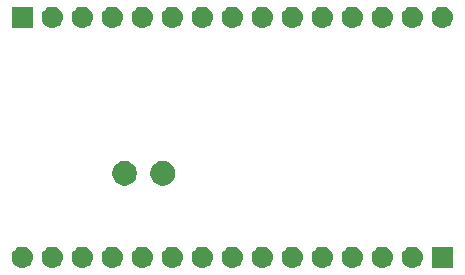
<source format=gbr>
G04 #@! TF.GenerationSoftware,KiCad,Pcbnew,(5.1.4)-1*
G04 #@! TF.CreationDate,2019-09-26T17:39:29-04:00*
G04 #@! TF.ProjectId,samd21-board,73616d64-3231-42d6-926f-6172642e6b69,rev?*
G04 #@! TF.SameCoordinates,Original*
G04 #@! TF.FileFunction,Soldermask,Bot*
G04 #@! TF.FilePolarity,Negative*
%FSLAX46Y46*%
G04 Gerber Fmt 4.6, Leading zero omitted, Abs format (unit mm)*
G04 Created by KiCad (PCBNEW (5.1.4)-1) date 2019-09-26 17:39:29*
%MOMM*%
%LPD*%
G04 APERTURE LIST*
%ADD10C,0.100000*%
G04 APERTURE END LIST*
D10*
G36*
X78088443Y-97149519D02*
G01*
X78154627Y-97156037D01*
X78324466Y-97207557D01*
X78480991Y-97291222D01*
X78516729Y-97320552D01*
X78618186Y-97403814D01*
X78701448Y-97505271D01*
X78730778Y-97541009D01*
X78814443Y-97697534D01*
X78865963Y-97867373D01*
X78883359Y-98044000D01*
X78865963Y-98220627D01*
X78814443Y-98390466D01*
X78730778Y-98546991D01*
X78701448Y-98582729D01*
X78618186Y-98684186D01*
X78516729Y-98767448D01*
X78480991Y-98796778D01*
X78324466Y-98880443D01*
X78154627Y-98931963D01*
X78088443Y-98938481D01*
X78022260Y-98945000D01*
X77933740Y-98945000D01*
X77867558Y-98938482D01*
X77801373Y-98931963D01*
X77631534Y-98880443D01*
X77475009Y-98796778D01*
X77439271Y-98767448D01*
X77337814Y-98684186D01*
X77254552Y-98582729D01*
X77225222Y-98546991D01*
X77141557Y-98390466D01*
X77090037Y-98220627D01*
X77072641Y-98044000D01*
X77090037Y-97867373D01*
X77141557Y-97697534D01*
X77225222Y-97541009D01*
X77254552Y-97505271D01*
X77337814Y-97403814D01*
X77439271Y-97320552D01*
X77475009Y-97291222D01*
X77631534Y-97207557D01*
X77801373Y-97156037D01*
X77867557Y-97149519D01*
X77933740Y-97143000D01*
X78022260Y-97143000D01*
X78088443Y-97149519D01*
X78088443Y-97149519D01*
G37*
G36*
X93328443Y-97149519D02*
G01*
X93394627Y-97156037D01*
X93564466Y-97207557D01*
X93720991Y-97291222D01*
X93756729Y-97320552D01*
X93858186Y-97403814D01*
X93941448Y-97505271D01*
X93970778Y-97541009D01*
X94054443Y-97697534D01*
X94105963Y-97867373D01*
X94123359Y-98044000D01*
X94105963Y-98220627D01*
X94054443Y-98390466D01*
X93970778Y-98546991D01*
X93941448Y-98582729D01*
X93858186Y-98684186D01*
X93756729Y-98767448D01*
X93720991Y-98796778D01*
X93564466Y-98880443D01*
X93394627Y-98931963D01*
X93328443Y-98938481D01*
X93262260Y-98945000D01*
X93173740Y-98945000D01*
X93107558Y-98938482D01*
X93041373Y-98931963D01*
X92871534Y-98880443D01*
X92715009Y-98796778D01*
X92679271Y-98767448D01*
X92577814Y-98684186D01*
X92494552Y-98582729D01*
X92465222Y-98546991D01*
X92381557Y-98390466D01*
X92330037Y-98220627D01*
X92312641Y-98044000D01*
X92330037Y-97867373D01*
X92381557Y-97697534D01*
X92465222Y-97541009D01*
X92494552Y-97505271D01*
X92577814Y-97403814D01*
X92679271Y-97320552D01*
X92715009Y-97291222D01*
X92871534Y-97207557D01*
X93041373Y-97156037D01*
X93107558Y-97149518D01*
X93173740Y-97143000D01*
X93262260Y-97143000D01*
X93328443Y-97149519D01*
X93328443Y-97149519D01*
G37*
G36*
X96659000Y-98945000D02*
G01*
X94857000Y-98945000D01*
X94857000Y-97143000D01*
X96659000Y-97143000D01*
X96659000Y-98945000D01*
X96659000Y-98945000D01*
G37*
G36*
X90788443Y-97149519D02*
G01*
X90854627Y-97156037D01*
X91024466Y-97207557D01*
X91180991Y-97291222D01*
X91216729Y-97320552D01*
X91318186Y-97403814D01*
X91401448Y-97505271D01*
X91430778Y-97541009D01*
X91514443Y-97697534D01*
X91565963Y-97867373D01*
X91583359Y-98044000D01*
X91565963Y-98220627D01*
X91514443Y-98390466D01*
X91430778Y-98546991D01*
X91401448Y-98582729D01*
X91318186Y-98684186D01*
X91216729Y-98767448D01*
X91180991Y-98796778D01*
X91024466Y-98880443D01*
X90854627Y-98931963D01*
X90788443Y-98938481D01*
X90722260Y-98945000D01*
X90633740Y-98945000D01*
X90567558Y-98938482D01*
X90501373Y-98931963D01*
X90331534Y-98880443D01*
X90175009Y-98796778D01*
X90139271Y-98767448D01*
X90037814Y-98684186D01*
X89954552Y-98582729D01*
X89925222Y-98546991D01*
X89841557Y-98390466D01*
X89790037Y-98220627D01*
X89772641Y-98044000D01*
X89790037Y-97867373D01*
X89841557Y-97697534D01*
X89925222Y-97541009D01*
X89954552Y-97505271D01*
X90037814Y-97403814D01*
X90139271Y-97320552D01*
X90175009Y-97291222D01*
X90331534Y-97207557D01*
X90501373Y-97156037D01*
X90567558Y-97149518D01*
X90633740Y-97143000D01*
X90722260Y-97143000D01*
X90788443Y-97149519D01*
X90788443Y-97149519D01*
G37*
G36*
X88248443Y-97149519D02*
G01*
X88314627Y-97156037D01*
X88484466Y-97207557D01*
X88640991Y-97291222D01*
X88676729Y-97320552D01*
X88778186Y-97403814D01*
X88861448Y-97505271D01*
X88890778Y-97541009D01*
X88974443Y-97697534D01*
X89025963Y-97867373D01*
X89043359Y-98044000D01*
X89025963Y-98220627D01*
X88974443Y-98390466D01*
X88890778Y-98546991D01*
X88861448Y-98582729D01*
X88778186Y-98684186D01*
X88676729Y-98767448D01*
X88640991Y-98796778D01*
X88484466Y-98880443D01*
X88314627Y-98931963D01*
X88248443Y-98938481D01*
X88182260Y-98945000D01*
X88093740Y-98945000D01*
X88027558Y-98938482D01*
X87961373Y-98931963D01*
X87791534Y-98880443D01*
X87635009Y-98796778D01*
X87599271Y-98767448D01*
X87497814Y-98684186D01*
X87414552Y-98582729D01*
X87385222Y-98546991D01*
X87301557Y-98390466D01*
X87250037Y-98220627D01*
X87232641Y-98044000D01*
X87250037Y-97867373D01*
X87301557Y-97697534D01*
X87385222Y-97541009D01*
X87414552Y-97505271D01*
X87497814Y-97403814D01*
X87599271Y-97320552D01*
X87635009Y-97291222D01*
X87791534Y-97207557D01*
X87961373Y-97156037D01*
X88027558Y-97149518D01*
X88093740Y-97143000D01*
X88182260Y-97143000D01*
X88248443Y-97149519D01*
X88248443Y-97149519D01*
G37*
G36*
X85708443Y-97149519D02*
G01*
X85774627Y-97156037D01*
X85944466Y-97207557D01*
X86100991Y-97291222D01*
X86136729Y-97320552D01*
X86238186Y-97403814D01*
X86321448Y-97505271D01*
X86350778Y-97541009D01*
X86434443Y-97697534D01*
X86485963Y-97867373D01*
X86503359Y-98044000D01*
X86485963Y-98220627D01*
X86434443Y-98390466D01*
X86350778Y-98546991D01*
X86321448Y-98582729D01*
X86238186Y-98684186D01*
X86136729Y-98767448D01*
X86100991Y-98796778D01*
X85944466Y-98880443D01*
X85774627Y-98931963D01*
X85708443Y-98938481D01*
X85642260Y-98945000D01*
X85553740Y-98945000D01*
X85487558Y-98938482D01*
X85421373Y-98931963D01*
X85251534Y-98880443D01*
X85095009Y-98796778D01*
X85059271Y-98767448D01*
X84957814Y-98684186D01*
X84874552Y-98582729D01*
X84845222Y-98546991D01*
X84761557Y-98390466D01*
X84710037Y-98220627D01*
X84692641Y-98044000D01*
X84710037Y-97867373D01*
X84761557Y-97697534D01*
X84845222Y-97541009D01*
X84874552Y-97505271D01*
X84957814Y-97403814D01*
X85059271Y-97320552D01*
X85095009Y-97291222D01*
X85251534Y-97207557D01*
X85421373Y-97156037D01*
X85487557Y-97149519D01*
X85553740Y-97143000D01*
X85642260Y-97143000D01*
X85708443Y-97149519D01*
X85708443Y-97149519D01*
G37*
G36*
X83168443Y-97149519D02*
G01*
X83234627Y-97156037D01*
X83404466Y-97207557D01*
X83560991Y-97291222D01*
X83596729Y-97320552D01*
X83698186Y-97403814D01*
X83781448Y-97505271D01*
X83810778Y-97541009D01*
X83894443Y-97697534D01*
X83945963Y-97867373D01*
X83963359Y-98044000D01*
X83945963Y-98220627D01*
X83894443Y-98390466D01*
X83810778Y-98546991D01*
X83781448Y-98582729D01*
X83698186Y-98684186D01*
X83596729Y-98767448D01*
X83560991Y-98796778D01*
X83404466Y-98880443D01*
X83234627Y-98931963D01*
X83168443Y-98938481D01*
X83102260Y-98945000D01*
X83013740Y-98945000D01*
X82947558Y-98938482D01*
X82881373Y-98931963D01*
X82711534Y-98880443D01*
X82555009Y-98796778D01*
X82519271Y-98767448D01*
X82417814Y-98684186D01*
X82334552Y-98582729D01*
X82305222Y-98546991D01*
X82221557Y-98390466D01*
X82170037Y-98220627D01*
X82152641Y-98044000D01*
X82170037Y-97867373D01*
X82221557Y-97697534D01*
X82305222Y-97541009D01*
X82334552Y-97505271D01*
X82417814Y-97403814D01*
X82519271Y-97320552D01*
X82555009Y-97291222D01*
X82711534Y-97207557D01*
X82881373Y-97156037D01*
X82947557Y-97149519D01*
X83013740Y-97143000D01*
X83102260Y-97143000D01*
X83168443Y-97149519D01*
X83168443Y-97149519D01*
G37*
G36*
X80628443Y-97149519D02*
G01*
X80694627Y-97156037D01*
X80864466Y-97207557D01*
X81020991Y-97291222D01*
X81056729Y-97320552D01*
X81158186Y-97403814D01*
X81241448Y-97505271D01*
X81270778Y-97541009D01*
X81354443Y-97697534D01*
X81405963Y-97867373D01*
X81423359Y-98044000D01*
X81405963Y-98220627D01*
X81354443Y-98390466D01*
X81270778Y-98546991D01*
X81241448Y-98582729D01*
X81158186Y-98684186D01*
X81056729Y-98767448D01*
X81020991Y-98796778D01*
X80864466Y-98880443D01*
X80694627Y-98931963D01*
X80628443Y-98938481D01*
X80562260Y-98945000D01*
X80473740Y-98945000D01*
X80407558Y-98938482D01*
X80341373Y-98931963D01*
X80171534Y-98880443D01*
X80015009Y-98796778D01*
X79979271Y-98767448D01*
X79877814Y-98684186D01*
X79794552Y-98582729D01*
X79765222Y-98546991D01*
X79681557Y-98390466D01*
X79630037Y-98220627D01*
X79612641Y-98044000D01*
X79630037Y-97867373D01*
X79681557Y-97697534D01*
X79765222Y-97541009D01*
X79794552Y-97505271D01*
X79877814Y-97403814D01*
X79979271Y-97320552D01*
X80015009Y-97291222D01*
X80171534Y-97207557D01*
X80341373Y-97156037D01*
X80407557Y-97149519D01*
X80473740Y-97143000D01*
X80562260Y-97143000D01*
X80628443Y-97149519D01*
X80628443Y-97149519D01*
G37*
G36*
X75548443Y-97149519D02*
G01*
X75614627Y-97156037D01*
X75784466Y-97207557D01*
X75940991Y-97291222D01*
X75976729Y-97320552D01*
X76078186Y-97403814D01*
X76161448Y-97505271D01*
X76190778Y-97541009D01*
X76274443Y-97697534D01*
X76325963Y-97867373D01*
X76343359Y-98044000D01*
X76325963Y-98220627D01*
X76274443Y-98390466D01*
X76190778Y-98546991D01*
X76161448Y-98582729D01*
X76078186Y-98684186D01*
X75976729Y-98767448D01*
X75940991Y-98796778D01*
X75784466Y-98880443D01*
X75614627Y-98931963D01*
X75548443Y-98938481D01*
X75482260Y-98945000D01*
X75393740Y-98945000D01*
X75327558Y-98938482D01*
X75261373Y-98931963D01*
X75091534Y-98880443D01*
X74935009Y-98796778D01*
X74899271Y-98767448D01*
X74797814Y-98684186D01*
X74714552Y-98582729D01*
X74685222Y-98546991D01*
X74601557Y-98390466D01*
X74550037Y-98220627D01*
X74532641Y-98044000D01*
X74550037Y-97867373D01*
X74601557Y-97697534D01*
X74685222Y-97541009D01*
X74714552Y-97505271D01*
X74797814Y-97403814D01*
X74899271Y-97320552D01*
X74935009Y-97291222D01*
X75091534Y-97207557D01*
X75261373Y-97156037D01*
X75327557Y-97149519D01*
X75393740Y-97143000D01*
X75482260Y-97143000D01*
X75548443Y-97149519D01*
X75548443Y-97149519D01*
G37*
G36*
X73008443Y-97149519D02*
G01*
X73074627Y-97156037D01*
X73244466Y-97207557D01*
X73400991Y-97291222D01*
X73436729Y-97320552D01*
X73538186Y-97403814D01*
X73621448Y-97505271D01*
X73650778Y-97541009D01*
X73734443Y-97697534D01*
X73785963Y-97867373D01*
X73803359Y-98044000D01*
X73785963Y-98220627D01*
X73734443Y-98390466D01*
X73650778Y-98546991D01*
X73621448Y-98582729D01*
X73538186Y-98684186D01*
X73436729Y-98767448D01*
X73400991Y-98796778D01*
X73244466Y-98880443D01*
X73074627Y-98931963D01*
X73008443Y-98938481D01*
X72942260Y-98945000D01*
X72853740Y-98945000D01*
X72787558Y-98938482D01*
X72721373Y-98931963D01*
X72551534Y-98880443D01*
X72395009Y-98796778D01*
X72359271Y-98767448D01*
X72257814Y-98684186D01*
X72174552Y-98582729D01*
X72145222Y-98546991D01*
X72061557Y-98390466D01*
X72010037Y-98220627D01*
X71992641Y-98044000D01*
X72010037Y-97867373D01*
X72061557Y-97697534D01*
X72145222Y-97541009D01*
X72174552Y-97505271D01*
X72257814Y-97403814D01*
X72359271Y-97320552D01*
X72395009Y-97291222D01*
X72551534Y-97207557D01*
X72721373Y-97156037D01*
X72787557Y-97149519D01*
X72853740Y-97143000D01*
X72942260Y-97143000D01*
X73008443Y-97149519D01*
X73008443Y-97149519D01*
G37*
G36*
X70468443Y-97149519D02*
G01*
X70534627Y-97156037D01*
X70704466Y-97207557D01*
X70860991Y-97291222D01*
X70896729Y-97320552D01*
X70998186Y-97403814D01*
X71081448Y-97505271D01*
X71110778Y-97541009D01*
X71194443Y-97697534D01*
X71245963Y-97867373D01*
X71263359Y-98044000D01*
X71245963Y-98220627D01*
X71194443Y-98390466D01*
X71110778Y-98546991D01*
X71081448Y-98582729D01*
X70998186Y-98684186D01*
X70896729Y-98767448D01*
X70860991Y-98796778D01*
X70704466Y-98880443D01*
X70534627Y-98931963D01*
X70468443Y-98938481D01*
X70402260Y-98945000D01*
X70313740Y-98945000D01*
X70247558Y-98938482D01*
X70181373Y-98931963D01*
X70011534Y-98880443D01*
X69855009Y-98796778D01*
X69819271Y-98767448D01*
X69717814Y-98684186D01*
X69634552Y-98582729D01*
X69605222Y-98546991D01*
X69521557Y-98390466D01*
X69470037Y-98220627D01*
X69452641Y-98044000D01*
X69470037Y-97867373D01*
X69521557Y-97697534D01*
X69605222Y-97541009D01*
X69634552Y-97505271D01*
X69717814Y-97403814D01*
X69819271Y-97320552D01*
X69855009Y-97291222D01*
X70011534Y-97207557D01*
X70181373Y-97156037D01*
X70247557Y-97149519D01*
X70313740Y-97143000D01*
X70402260Y-97143000D01*
X70468443Y-97149519D01*
X70468443Y-97149519D01*
G37*
G36*
X67928443Y-97149519D02*
G01*
X67994627Y-97156037D01*
X68164466Y-97207557D01*
X68320991Y-97291222D01*
X68356729Y-97320552D01*
X68458186Y-97403814D01*
X68541448Y-97505271D01*
X68570778Y-97541009D01*
X68654443Y-97697534D01*
X68705963Y-97867373D01*
X68723359Y-98044000D01*
X68705963Y-98220627D01*
X68654443Y-98390466D01*
X68570778Y-98546991D01*
X68541448Y-98582729D01*
X68458186Y-98684186D01*
X68356729Y-98767448D01*
X68320991Y-98796778D01*
X68164466Y-98880443D01*
X67994627Y-98931963D01*
X67928442Y-98938482D01*
X67862260Y-98945000D01*
X67773740Y-98945000D01*
X67707558Y-98938482D01*
X67641373Y-98931963D01*
X67471534Y-98880443D01*
X67315009Y-98796778D01*
X67279271Y-98767448D01*
X67177814Y-98684186D01*
X67094552Y-98582729D01*
X67065222Y-98546991D01*
X66981557Y-98390466D01*
X66930037Y-98220627D01*
X66912641Y-98044000D01*
X66930037Y-97867373D01*
X66981557Y-97697534D01*
X67065222Y-97541009D01*
X67094552Y-97505271D01*
X67177814Y-97403814D01*
X67279271Y-97320552D01*
X67315009Y-97291222D01*
X67471534Y-97207557D01*
X67641373Y-97156037D01*
X67707557Y-97149519D01*
X67773740Y-97143000D01*
X67862260Y-97143000D01*
X67928443Y-97149519D01*
X67928443Y-97149519D01*
G37*
G36*
X65388443Y-97149519D02*
G01*
X65454627Y-97156037D01*
X65624466Y-97207557D01*
X65780991Y-97291222D01*
X65816729Y-97320552D01*
X65918186Y-97403814D01*
X66001448Y-97505271D01*
X66030778Y-97541009D01*
X66114443Y-97697534D01*
X66165963Y-97867373D01*
X66183359Y-98044000D01*
X66165963Y-98220627D01*
X66114443Y-98390466D01*
X66030778Y-98546991D01*
X66001448Y-98582729D01*
X65918186Y-98684186D01*
X65816729Y-98767448D01*
X65780991Y-98796778D01*
X65624466Y-98880443D01*
X65454627Y-98931963D01*
X65388442Y-98938482D01*
X65322260Y-98945000D01*
X65233740Y-98945000D01*
X65167558Y-98938482D01*
X65101373Y-98931963D01*
X64931534Y-98880443D01*
X64775009Y-98796778D01*
X64739271Y-98767448D01*
X64637814Y-98684186D01*
X64554552Y-98582729D01*
X64525222Y-98546991D01*
X64441557Y-98390466D01*
X64390037Y-98220627D01*
X64372641Y-98044000D01*
X64390037Y-97867373D01*
X64441557Y-97697534D01*
X64525222Y-97541009D01*
X64554552Y-97505271D01*
X64637814Y-97403814D01*
X64739271Y-97320552D01*
X64775009Y-97291222D01*
X64931534Y-97207557D01*
X65101373Y-97156037D01*
X65167557Y-97149519D01*
X65233740Y-97143000D01*
X65322260Y-97143000D01*
X65388443Y-97149519D01*
X65388443Y-97149519D01*
G37*
G36*
X62848443Y-97149519D02*
G01*
X62914627Y-97156037D01*
X63084466Y-97207557D01*
X63240991Y-97291222D01*
X63276729Y-97320552D01*
X63378186Y-97403814D01*
X63461448Y-97505271D01*
X63490778Y-97541009D01*
X63574443Y-97697534D01*
X63625963Y-97867373D01*
X63643359Y-98044000D01*
X63625963Y-98220627D01*
X63574443Y-98390466D01*
X63490778Y-98546991D01*
X63461448Y-98582729D01*
X63378186Y-98684186D01*
X63276729Y-98767448D01*
X63240991Y-98796778D01*
X63084466Y-98880443D01*
X62914627Y-98931963D01*
X62848442Y-98938482D01*
X62782260Y-98945000D01*
X62693740Y-98945000D01*
X62627558Y-98938482D01*
X62561373Y-98931963D01*
X62391534Y-98880443D01*
X62235009Y-98796778D01*
X62199271Y-98767448D01*
X62097814Y-98684186D01*
X62014552Y-98582729D01*
X61985222Y-98546991D01*
X61901557Y-98390466D01*
X61850037Y-98220627D01*
X61832641Y-98044000D01*
X61850037Y-97867373D01*
X61901557Y-97697534D01*
X61985222Y-97541009D01*
X62014552Y-97505271D01*
X62097814Y-97403814D01*
X62199271Y-97320552D01*
X62235009Y-97291222D01*
X62391534Y-97207557D01*
X62561373Y-97156037D01*
X62627557Y-97149519D01*
X62693740Y-97143000D01*
X62782260Y-97143000D01*
X62848443Y-97149519D01*
X62848443Y-97149519D01*
G37*
G36*
X60308443Y-97149519D02*
G01*
X60374627Y-97156037D01*
X60544466Y-97207557D01*
X60700991Y-97291222D01*
X60736729Y-97320552D01*
X60838186Y-97403814D01*
X60921448Y-97505271D01*
X60950778Y-97541009D01*
X61034443Y-97697534D01*
X61085963Y-97867373D01*
X61103359Y-98044000D01*
X61085963Y-98220627D01*
X61034443Y-98390466D01*
X60950778Y-98546991D01*
X60921448Y-98582729D01*
X60838186Y-98684186D01*
X60736729Y-98767448D01*
X60700991Y-98796778D01*
X60544466Y-98880443D01*
X60374627Y-98931963D01*
X60308442Y-98938482D01*
X60242260Y-98945000D01*
X60153740Y-98945000D01*
X60087558Y-98938482D01*
X60021373Y-98931963D01*
X59851534Y-98880443D01*
X59695009Y-98796778D01*
X59659271Y-98767448D01*
X59557814Y-98684186D01*
X59474552Y-98582729D01*
X59445222Y-98546991D01*
X59361557Y-98390466D01*
X59310037Y-98220627D01*
X59292641Y-98044000D01*
X59310037Y-97867373D01*
X59361557Y-97697534D01*
X59445222Y-97541009D01*
X59474552Y-97505271D01*
X59557814Y-97403814D01*
X59659271Y-97320552D01*
X59695009Y-97291222D01*
X59851534Y-97207557D01*
X60021373Y-97156037D01*
X60087557Y-97149519D01*
X60153740Y-97143000D01*
X60242260Y-97143000D01*
X60308443Y-97149519D01*
X60308443Y-97149519D01*
G37*
G36*
X72381604Y-89936629D02*
G01*
X72572873Y-90015855D01*
X72572875Y-90015856D01*
X72745013Y-90130875D01*
X72891405Y-90277267D01*
X72999637Y-90439247D01*
X73006425Y-90449407D01*
X73085651Y-90640676D01*
X73126040Y-90843724D01*
X73126040Y-91050756D01*
X73085651Y-91253804D01*
X73006425Y-91445073D01*
X73006424Y-91445075D01*
X72891405Y-91617213D01*
X72745013Y-91763605D01*
X72572875Y-91878624D01*
X72572874Y-91878625D01*
X72572873Y-91878625D01*
X72381604Y-91957851D01*
X72178556Y-91998240D01*
X71971524Y-91998240D01*
X71768476Y-91957851D01*
X71577207Y-91878625D01*
X71577206Y-91878625D01*
X71577205Y-91878624D01*
X71405067Y-91763605D01*
X71258675Y-91617213D01*
X71143656Y-91445075D01*
X71143655Y-91445073D01*
X71064429Y-91253804D01*
X71024040Y-91050756D01*
X71024040Y-90843724D01*
X71064429Y-90640676D01*
X71143655Y-90449407D01*
X71150444Y-90439247D01*
X71258675Y-90277267D01*
X71405067Y-90130875D01*
X71577205Y-90015856D01*
X71577207Y-90015855D01*
X71768476Y-89936629D01*
X71971524Y-89896240D01*
X72178556Y-89896240D01*
X72381604Y-89936629D01*
X72381604Y-89936629D01*
G37*
G36*
X69155804Y-89926469D02*
G01*
X69347073Y-90005695D01*
X69347075Y-90005696D01*
X69519213Y-90120715D01*
X69665605Y-90267107D01*
X69780625Y-90439247D01*
X69859851Y-90630516D01*
X69900240Y-90833564D01*
X69900240Y-91040596D01*
X69859851Y-91243644D01*
X69855642Y-91253805D01*
X69780624Y-91434915D01*
X69665605Y-91607053D01*
X69519213Y-91753445D01*
X69347075Y-91868464D01*
X69347074Y-91868465D01*
X69347073Y-91868465D01*
X69155804Y-91947691D01*
X68952756Y-91988080D01*
X68745724Y-91988080D01*
X68542676Y-91947691D01*
X68351407Y-91868465D01*
X68351406Y-91868465D01*
X68351405Y-91868464D01*
X68179267Y-91753445D01*
X68032875Y-91607053D01*
X67917856Y-91434915D01*
X67842838Y-91253805D01*
X67838629Y-91243644D01*
X67798240Y-91040596D01*
X67798240Y-90833564D01*
X67838629Y-90630516D01*
X67917855Y-90439247D01*
X68032875Y-90267107D01*
X68179267Y-90120715D01*
X68351405Y-90005696D01*
X68351407Y-90005695D01*
X68542676Y-89926469D01*
X68745724Y-89886080D01*
X68952756Y-89886080D01*
X69155804Y-89926469D01*
X69155804Y-89926469D01*
G37*
G36*
X61099000Y-78625000D02*
G01*
X59297000Y-78625000D01*
X59297000Y-76823000D01*
X61099000Y-76823000D01*
X61099000Y-78625000D01*
X61099000Y-78625000D01*
G37*
G36*
X62848443Y-76829519D02*
G01*
X62914627Y-76836037D01*
X63084466Y-76887557D01*
X63240991Y-76971222D01*
X63276729Y-77000552D01*
X63378186Y-77083814D01*
X63461448Y-77185271D01*
X63490778Y-77221009D01*
X63574443Y-77377534D01*
X63625963Y-77547373D01*
X63643359Y-77724000D01*
X63625963Y-77900627D01*
X63574443Y-78070466D01*
X63490778Y-78226991D01*
X63461448Y-78262729D01*
X63378186Y-78364186D01*
X63276729Y-78447448D01*
X63240991Y-78476778D01*
X63084466Y-78560443D01*
X62914627Y-78611963D01*
X62848442Y-78618482D01*
X62782260Y-78625000D01*
X62693740Y-78625000D01*
X62627558Y-78618482D01*
X62561373Y-78611963D01*
X62391534Y-78560443D01*
X62235009Y-78476778D01*
X62199271Y-78447448D01*
X62097814Y-78364186D01*
X62014552Y-78262729D01*
X61985222Y-78226991D01*
X61901557Y-78070466D01*
X61850037Y-77900627D01*
X61832641Y-77724000D01*
X61850037Y-77547373D01*
X61901557Y-77377534D01*
X61985222Y-77221009D01*
X62014552Y-77185271D01*
X62097814Y-77083814D01*
X62199271Y-77000552D01*
X62235009Y-76971222D01*
X62391534Y-76887557D01*
X62561373Y-76836037D01*
X62627557Y-76829519D01*
X62693740Y-76823000D01*
X62782260Y-76823000D01*
X62848443Y-76829519D01*
X62848443Y-76829519D01*
G37*
G36*
X65388443Y-76829519D02*
G01*
X65454627Y-76836037D01*
X65624466Y-76887557D01*
X65780991Y-76971222D01*
X65816729Y-77000552D01*
X65918186Y-77083814D01*
X66001448Y-77185271D01*
X66030778Y-77221009D01*
X66114443Y-77377534D01*
X66165963Y-77547373D01*
X66183359Y-77724000D01*
X66165963Y-77900627D01*
X66114443Y-78070466D01*
X66030778Y-78226991D01*
X66001448Y-78262729D01*
X65918186Y-78364186D01*
X65816729Y-78447448D01*
X65780991Y-78476778D01*
X65624466Y-78560443D01*
X65454627Y-78611963D01*
X65388442Y-78618482D01*
X65322260Y-78625000D01*
X65233740Y-78625000D01*
X65167558Y-78618482D01*
X65101373Y-78611963D01*
X64931534Y-78560443D01*
X64775009Y-78476778D01*
X64739271Y-78447448D01*
X64637814Y-78364186D01*
X64554552Y-78262729D01*
X64525222Y-78226991D01*
X64441557Y-78070466D01*
X64390037Y-77900627D01*
X64372641Y-77724000D01*
X64390037Y-77547373D01*
X64441557Y-77377534D01*
X64525222Y-77221009D01*
X64554552Y-77185271D01*
X64637814Y-77083814D01*
X64739271Y-77000552D01*
X64775009Y-76971222D01*
X64931534Y-76887557D01*
X65101373Y-76836037D01*
X65167557Y-76829519D01*
X65233740Y-76823000D01*
X65322260Y-76823000D01*
X65388443Y-76829519D01*
X65388443Y-76829519D01*
G37*
G36*
X67928443Y-76829519D02*
G01*
X67994627Y-76836037D01*
X68164466Y-76887557D01*
X68320991Y-76971222D01*
X68356729Y-77000552D01*
X68458186Y-77083814D01*
X68541448Y-77185271D01*
X68570778Y-77221009D01*
X68654443Y-77377534D01*
X68705963Y-77547373D01*
X68723359Y-77724000D01*
X68705963Y-77900627D01*
X68654443Y-78070466D01*
X68570778Y-78226991D01*
X68541448Y-78262729D01*
X68458186Y-78364186D01*
X68356729Y-78447448D01*
X68320991Y-78476778D01*
X68164466Y-78560443D01*
X67994627Y-78611963D01*
X67928442Y-78618482D01*
X67862260Y-78625000D01*
X67773740Y-78625000D01*
X67707558Y-78618482D01*
X67641373Y-78611963D01*
X67471534Y-78560443D01*
X67315009Y-78476778D01*
X67279271Y-78447448D01*
X67177814Y-78364186D01*
X67094552Y-78262729D01*
X67065222Y-78226991D01*
X66981557Y-78070466D01*
X66930037Y-77900627D01*
X66912641Y-77724000D01*
X66930037Y-77547373D01*
X66981557Y-77377534D01*
X67065222Y-77221009D01*
X67094552Y-77185271D01*
X67177814Y-77083814D01*
X67279271Y-77000552D01*
X67315009Y-76971222D01*
X67471534Y-76887557D01*
X67641373Y-76836037D01*
X67707557Y-76829519D01*
X67773740Y-76823000D01*
X67862260Y-76823000D01*
X67928443Y-76829519D01*
X67928443Y-76829519D01*
G37*
G36*
X70468443Y-76829519D02*
G01*
X70534627Y-76836037D01*
X70704466Y-76887557D01*
X70860991Y-76971222D01*
X70896729Y-77000552D01*
X70998186Y-77083814D01*
X71081448Y-77185271D01*
X71110778Y-77221009D01*
X71194443Y-77377534D01*
X71245963Y-77547373D01*
X71263359Y-77724000D01*
X71245963Y-77900627D01*
X71194443Y-78070466D01*
X71110778Y-78226991D01*
X71081448Y-78262729D01*
X70998186Y-78364186D01*
X70896729Y-78447448D01*
X70860991Y-78476778D01*
X70704466Y-78560443D01*
X70534627Y-78611963D01*
X70468442Y-78618482D01*
X70402260Y-78625000D01*
X70313740Y-78625000D01*
X70247558Y-78618482D01*
X70181373Y-78611963D01*
X70011534Y-78560443D01*
X69855009Y-78476778D01*
X69819271Y-78447448D01*
X69717814Y-78364186D01*
X69634552Y-78262729D01*
X69605222Y-78226991D01*
X69521557Y-78070466D01*
X69470037Y-77900627D01*
X69452641Y-77724000D01*
X69470037Y-77547373D01*
X69521557Y-77377534D01*
X69605222Y-77221009D01*
X69634552Y-77185271D01*
X69717814Y-77083814D01*
X69819271Y-77000552D01*
X69855009Y-76971222D01*
X70011534Y-76887557D01*
X70181373Y-76836037D01*
X70247557Y-76829519D01*
X70313740Y-76823000D01*
X70402260Y-76823000D01*
X70468443Y-76829519D01*
X70468443Y-76829519D01*
G37*
G36*
X73008443Y-76829519D02*
G01*
X73074627Y-76836037D01*
X73244466Y-76887557D01*
X73400991Y-76971222D01*
X73436729Y-77000552D01*
X73538186Y-77083814D01*
X73621448Y-77185271D01*
X73650778Y-77221009D01*
X73734443Y-77377534D01*
X73785963Y-77547373D01*
X73803359Y-77724000D01*
X73785963Y-77900627D01*
X73734443Y-78070466D01*
X73650778Y-78226991D01*
X73621448Y-78262729D01*
X73538186Y-78364186D01*
X73436729Y-78447448D01*
X73400991Y-78476778D01*
X73244466Y-78560443D01*
X73074627Y-78611963D01*
X73008442Y-78618482D01*
X72942260Y-78625000D01*
X72853740Y-78625000D01*
X72787558Y-78618482D01*
X72721373Y-78611963D01*
X72551534Y-78560443D01*
X72395009Y-78476778D01*
X72359271Y-78447448D01*
X72257814Y-78364186D01*
X72174552Y-78262729D01*
X72145222Y-78226991D01*
X72061557Y-78070466D01*
X72010037Y-77900627D01*
X71992641Y-77724000D01*
X72010037Y-77547373D01*
X72061557Y-77377534D01*
X72145222Y-77221009D01*
X72174552Y-77185271D01*
X72257814Y-77083814D01*
X72359271Y-77000552D01*
X72395009Y-76971222D01*
X72551534Y-76887557D01*
X72721373Y-76836037D01*
X72787557Y-76829519D01*
X72853740Y-76823000D01*
X72942260Y-76823000D01*
X73008443Y-76829519D01*
X73008443Y-76829519D01*
G37*
G36*
X80628443Y-76829519D02*
G01*
X80694627Y-76836037D01*
X80864466Y-76887557D01*
X81020991Y-76971222D01*
X81056729Y-77000552D01*
X81158186Y-77083814D01*
X81241448Y-77185271D01*
X81270778Y-77221009D01*
X81354443Y-77377534D01*
X81405963Y-77547373D01*
X81423359Y-77724000D01*
X81405963Y-77900627D01*
X81354443Y-78070466D01*
X81270778Y-78226991D01*
X81241448Y-78262729D01*
X81158186Y-78364186D01*
X81056729Y-78447448D01*
X81020991Y-78476778D01*
X80864466Y-78560443D01*
X80694627Y-78611963D01*
X80628442Y-78618482D01*
X80562260Y-78625000D01*
X80473740Y-78625000D01*
X80407558Y-78618482D01*
X80341373Y-78611963D01*
X80171534Y-78560443D01*
X80015009Y-78476778D01*
X79979271Y-78447448D01*
X79877814Y-78364186D01*
X79794552Y-78262729D01*
X79765222Y-78226991D01*
X79681557Y-78070466D01*
X79630037Y-77900627D01*
X79612641Y-77724000D01*
X79630037Y-77547373D01*
X79681557Y-77377534D01*
X79765222Y-77221009D01*
X79794552Y-77185271D01*
X79877814Y-77083814D01*
X79979271Y-77000552D01*
X80015009Y-76971222D01*
X80171534Y-76887557D01*
X80341373Y-76836037D01*
X80407557Y-76829519D01*
X80473740Y-76823000D01*
X80562260Y-76823000D01*
X80628443Y-76829519D01*
X80628443Y-76829519D01*
G37*
G36*
X75548443Y-76829519D02*
G01*
X75614627Y-76836037D01*
X75784466Y-76887557D01*
X75940991Y-76971222D01*
X75976729Y-77000552D01*
X76078186Y-77083814D01*
X76161448Y-77185271D01*
X76190778Y-77221009D01*
X76274443Y-77377534D01*
X76325963Y-77547373D01*
X76343359Y-77724000D01*
X76325963Y-77900627D01*
X76274443Y-78070466D01*
X76190778Y-78226991D01*
X76161448Y-78262729D01*
X76078186Y-78364186D01*
X75976729Y-78447448D01*
X75940991Y-78476778D01*
X75784466Y-78560443D01*
X75614627Y-78611963D01*
X75548442Y-78618482D01*
X75482260Y-78625000D01*
X75393740Y-78625000D01*
X75327558Y-78618482D01*
X75261373Y-78611963D01*
X75091534Y-78560443D01*
X74935009Y-78476778D01*
X74899271Y-78447448D01*
X74797814Y-78364186D01*
X74714552Y-78262729D01*
X74685222Y-78226991D01*
X74601557Y-78070466D01*
X74550037Y-77900627D01*
X74532641Y-77724000D01*
X74550037Y-77547373D01*
X74601557Y-77377534D01*
X74685222Y-77221009D01*
X74714552Y-77185271D01*
X74797814Y-77083814D01*
X74899271Y-77000552D01*
X74935009Y-76971222D01*
X75091534Y-76887557D01*
X75261373Y-76836037D01*
X75327557Y-76829519D01*
X75393740Y-76823000D01*
X75482260Y-76823000D01*
X75548443Y-76829519D01*
X75548443Y-76829519D01*
G37*
G36*
X95868443Y-76829519D02*
G01*
X95934627Y-76836037D01*
X96104466Y-76887557D01*
X96260991Y-76971222D01*
X96296729Y-77000552D01*
X96398186Y-77083814D01*
X96481448Y-77185271D01*
X96510778Y-77221009D01*
X96594443Y-77377534D01*
X96645963Y-77547373D01*
X96663359Y-77724000D01*
X96645963Y-77900627D01*
X96594443Y-78070466D01*
X96510778Y-78226991D01*
X96481448Y-78262729D01*
X96398186Y-78364186D01*
X96296729Y-78447448D01*
X96260991Y-78476778D01*
X96104466Y-78560443D01*
X95934627Y-78611963D01*
X95868442Y-78618482D01*
X95802260Y-78625000D01*
X95713740Y-78625000D01*
X95647558Y-78618482D01*
X95581373Y-78611963D01*
X95411534Y-78560443D01*
X95255009Y-78476778D01*
X95219271Y-78447448D01*
X95117814Y-78364186D01*
X95034552Y-78262729D01*
X95005222Y-78226991D01*
X94921557Y-78070466D01*
X94870037Y-77900627D01*
X94852641Y-77724000D01*
X94870037Y-77547373D01*
X94921557Y-77377534D01*
X95005222Y-77221009D01*
X95034552Y-77185271D01*
X95117814Y-77083814D01*
X95219271Y-77000552D01*
X95255009Y-76971222D01*
X95411534Y-76887557D01*
X95581373Y-76836037D01*
X95647557Y-76829519D01*
X95713740Y-76823000D01*
X95802260Y-76823000D01*
X95868443Y-76829519D01*
X95868443Y-76829519D01*
G37*
G36*
X93328443Y-76829519D02*
G01*
X93394627Y-76836037D01*
X93564466Y-76887557D01*
X93720991Y-76971222D01*
X93756729Y-77000552D01*
X93858186Y-77083814D01*
X93941448Y-77185271D01*
X93970778Y-77221009D01*
X94054443Y-77377534D01*
X94105963Y-77547373D01*
X94123359Y-77724000D01*
X94105963Y-77900627D01*
X94054443Y-78070466D01*
X93970778Y-78226991D01*
X93941448Y-78262729D01*
X93858186Y-78364186D01*
X93756729Y-78447448D01*
X93720991Y-78476778D01*
X93564466Y-78560443D01*
X93394627Y-78611963D01*
X93328442Y-78618482D01*
X93262260Y-78625000D01*
X93173740Y-78625000D01*
X93107558Y-78618482D01*
X93041373Y-78611963D01*
X92871534Y-78560443D01*
X92715009Y-78476778D01*
X92679271Y-78447448D01*
X92577814Y-78364186D01*
X92494552Y-78262729D01*
X92465222Y-78226991D01*
X92381557Y-78070466D01*
X92330037Y-77900627D01*
X92312641Y-77724000D01*
X92330037Y-77547373D01*
X92381557Y-77377534D01*
X92465222Y-77221009D01*
X92494552Y-77185271D01*
X92577814Y-77083814D01*
X92679271Y-77000552D01*
X92715009Y-76971222D01*
X92871534Y-76887557D01*
X93041373Y-76836037D01*
X93107557Y-76829519D01*
X93173740Y-76823000D01*
X93262260Y-76823000D01*
X93328443Y-76829519D01*
X93328443Y-76829519D01*
G37*
G36*
X90788443Y-76829519D02*
G01*
X90854627Y-76836037D01*
X91024466Y-76887557D01*
X91180991Y-76971222D01*
X91216729Y-77000552D01*
X91318186Y-77083814D01*
X91401448Y-77185271D01*
X91430778Y-77221009D01*
X91514443Y-77377534D01*
X91565963Y-77547373D01*
X91583359Y-77724000D01*
X91565963Y-77900627D01*
X91514443Y-78070466D01*
X91430778Y-78226991D01*
X91401448Y-78262729D01*
X91318186Y-78364186D01*
X91216729Y-78447448D01*
X91180991Y-78476778D01*
X91024466Y-78560443D01*
X90854627Y-78611963D01*
X90788442Y-78618482D01*
X90722260Y-78625000D01*
X90633740Y-78625000D01*
X90567558Y-78618482D01*
X90501373Y-78611963D01*
X90331534Y-78560443D01*
X90175009Y-78476778D01*
X90139271Y-78447448D01*
X90037814Y-78364186D01*
X89954552Y-78262729D01*
X89925222Y-78226991D01*
X89841557Y-78070466D01*
X89790037Y-77900627D01*
X89772641Y-77724000D01*
X89790037Y-77547373D01*
X89841557Y-77377534D01*
X89925222Y-77221009D01*
X89954552Y-77185271D01*
X90037814Y-77083814D01*
X90139271Y-77000552D01*
X90175009Y-76971222D01*
X90331534Y-76887557D01*
X90501373Y-76836037D01*
X90567557Y-76829519D01*
X90633740Y-76823000D01*
X90722260Y-76823000D01*
X90788443Y-76829519D01*
X90788443Y-76829519D01*
G37*
G36*
X88248443Y-76829519D02*
G01*
X88314627Y-76836037D01*
X88484466Y-76887557D01*
X88640991Y-76971222D01*
X88676729Y-77000552D01*
X88778186Y-77083814D01*
X88861448Y-77185271D01*
X88890778Y-77221009D01*
X88974443Y-77377534D01*
X89025963Y-77547373D01*
X89043359Y-77724000D01*
X89025963Y-77900627D01*
X88974443Y-78070466D01*
X88890778Y-78226991D01*
X88861448Y-78262729D01*
X88778186Y-78364186D01*
X88676729Y-78447448D01*
X88640991Y-78476778D01*
X88484466Y-78560443D01*
X88314627Y-78611963D01*
X88248442Y-78618482D01*
X88182260Y-78625000D01*
X88093740Y-78625000D01*
X88027558Y-78618482D01*
X87961373Y-78611963D01*
X87791534Y-78560443D01*
X87635009Y-78476778D01*
X87599271Y-78447448D01*
X87497814Y-78364186D01*
X87414552Y-78262729D01*
X87385222Y-78226991D01*
X87301557Y-78070466D01*
X87250037Y-77900627D01*
X87232641Y-77724000D01*
X87250037Y-77547373D01*
X87301557Y-77377534D01*
X87385222Y-77221009D01*
X87414552Y-77185271D01*
X87497814Y-77083814D01*
X87599271Y-77000552D01*
X87635009Y-76971222D01*
X87791534Y-76887557D01*
X87961373Y-76836037D01*
X88027557Y-76829519D01*
X88093740Y-76823000D01*
X88182260Y-76823000D01*
X88248443Y-76829519D01*
X88248443Y-76829519D01*
G37*
G36*
X85708443Y-76829519D02*
G01*
X85774627Y-76836037D01*
X85944466Y-76887557D01*
X86100991Y-76971222D01*
X86136729Y-77000552D01*
X86238186Y-77083814D01*
X86321448Y-77185271D01*
X86350778Y-77221009D01*
X86434443Y-77377534D01*
X86485963Y-77547373D01*
X86503359Y-77724000D01*
X86485963Y-77900627D01*
X86434443Y-78070466D01*
X86350778Y-78226991D01*
X86321448Y-78262729D01*
X86238186Y-78364186D01*
X86136729Y-78447448D01*
X86100991Y-78476778D01*
X85944466Y-78560443D01*
X85774627Y-78611963D01*
X85708442Y-78618482D01*
X85642260Y-78625000D01*
X85553740Y-78625000D01*
X85487558Y-78618482D01*
X85421373Y-78611963D01*
X85251534Y-78560443D01*
X85095009Y-78476778D01*
X85059271Y-78447448D01*
X84957814Y-78364186D01*
X84874552Y-78262729D01*
X84845222Y-78226991D01*
X84761557Y-78070466D01*
X84710037Y-77900627D01*
X84692641Y-77724000D01*
X84710037Y-77547373D01*
X84761557Y-77377534D01*
X84845222Y-77221009D01*
X84874552Y-77185271D01*
X84957814Y-77083814D01*
X85059271Y-77000552D01*
X85095009Y-76971222D01*
X85251534Y-76887557D01*
X85421373Y-76836037D01*
X85487557Y-76829519D01*
X85553740Y-76823000D01*
X85642260Y-76823000D01*
X85708443Y-76829519D01*
X85708443Y-76829519D01*
G37*
G36*
X83168443Y-76829519D02*
G01*
X83234627Y-76836037D01*
X83404466Y-76887557D01*
X83560991Y-76971222D01*
X83596729Y-77000552D01*
X83698186Y-77083814D01*
X83781448Y-77185271D01*
X83810778Y-77221009D01*
X83894443Y-77377534D01*
X83945963Y-77547373D01*
X83963359Y-77724000D01*
X83945963Y-77900627D01*
X83894443Y-78070466D01*
X83810778Y-78226991D01*
X83781448Y-78262729D01*
X83698186Y-78364186D01*
X83596729Y-78447448D01*
X83560991Y-78476778D01*
X83404466Y-78560443D01*
X83234627Y-78611963D01*
X83168442Y-78618482D01*
X83102260Y-78625000D01*
X83013740Y-78625000D01*
X82947558Y-78618482D01*
X82881373Y-78611963D01*
X82711534Y-78560443D01*
X82555009Y-78476778D01*
X82519271Y-78447448D01*
X82417814Y-78364186D01*
X82334552Y-78262729D01*
X82305222Y-78226991D01*
X82221557Y-78070466D01*
X82170037Y-77900627D01*
X82152641Y-77724000D01*
X82170037Y-77547373D01*
X82221557Y-77377534D01*
X82305222Y-77221009D01*
X82334552Y-77185271D01*
X82417814Y-77083814D01*
X82519271Y-77000552D01*
X82555009Y-76971222D01*
X82711534Y-76887557D01*
X82881373Y-76836037D01*
X82947557Y-76829519D01*
X83013740Y-76823000D01*
X83102260Y-76823000D01*
X83168443Y-76829519D01*
X83168443Y-76829519D01*
G37*
G36*
X78088443Y-76829519D02*
G01*
X78154627Y-76836037D01*
X78324466Y-76887557D01*
X78480991Y-76971222D01*
X78516729Y-77000552D01*
X78618186Y-77083814D01*
X78701448Y-77185271D01*
X78730778Y-77221009D01*
X78814443Y-77377534D01*
X78865963Y-77547373D01*
X78883359Y-77724000D01*
X78865963Y-77900627D01*
X78814443Y-78070466D01*
X78730778Y-78226991D01*
X78701448Y-78262729D01*
X78618186Y-78364186D01*
X78516729Y-78447448D01*
X78480991Y-78476778D01*
X78324466Y-78560443D01*
X78154627Y-78611963D01*
X78088442Y-78618482D01*
X78022260Y-78625000D01*
X77933740Y-78625000D01*
X77867558Y-78618482D01*
X77801373Y-78611963D01*
X77631534Y-78560443D01*
X77475009Y-78476778D01*
X77439271Y-78447448D01*
X77337814Y-78364186D01*
X77254552Y-78262729D01*
X77225222Y-78226991D01*
X77141557Y-78070466D01*
X77090037Y-77900627D01*
X77072641Y-77724000D01*
X77090037Y-77547373D01*
X77141557Y-77377534D01*
X77225222Y-77221009D01*
X77254552Y-77185271D01*
X77337814Y-77083814D01*
X77439271Y-77000552D01*
X77475009Y-76971222D01*
X77631534Y-76887557D01*
X77801373Y-76836037D01*
X77867557Y-76829519D01*
X77933740Y-76823000D01*
X78022260Y-76823000D01*
X78088443Y-76829519D01*
X78088443Y-76829519D01*
G37*
M02*

</source>
